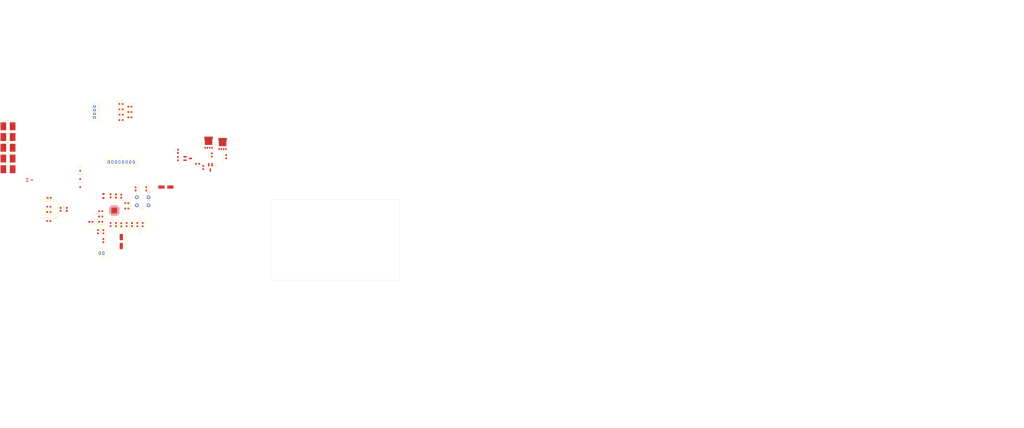
<source format=kicad_pcb>
(kicad_pcb (version 20241229) (generator "pcbnew") (generator_version "9.0")
  (layers (0 "F.Cu" signal) (2 "B.Cu" signal) (13 "F.Paste" user) (15 "B.Paste" user) (5 "F.SilkS" user "F.Silkscreen") (7 "B.SilkS" user "B.Silkscreen") (1 "F.Mask" user) (3 "B.Mask" user) (25 "Edge.Cuts" user))
  (net 0 "")
  (net 1 "-BATT")
  (net 2 "/VB")
  (net 3 "Net-(U1-VCP)")
  (net 4 "Net-(U1-VCP1M)")
  (net 5 "Net-(U1-VCP1P)")
  (net 6 "Net-(U1-VCP2P)")
  (net 7 "Net-(U1-VCP2M)")
  (net 8 "/NTC")
  (net 9 "/ISENSEM")
  (net 10 "/ISENSEP")
  (net 11 "/C3")
  (net 12 "/C4")
  (net 13 "/C5")
  (net 14 "/NSHIP")
  (net 15 "/VREG")
  (net 16 "/WAKEUP")
  (net 17 "+BATT")
  (net 18 "+PACK")
  (net 19 "-PACK")
  (net 20 "/GPIO3")
  (net 21 "Net-(Q3-G)")
  (net 22 "Net-(Q1-G)")
  (net 23 "/CHG")
  (net 24 "Net-(Q4-C)")
  (net 25 "Net-(Q4-B)")
  (net 26 "/FS")
  (net 27 "/DCHG")
  (net 28 "/FAULTN_SAFE")
  (net 29 "/FAULTN")
  (net 30 "Net-(U1-FUSE)")
  (net 31 "Net-(R_NSHIP1-Pad2)")
  (net 32 "/RDY")
  (net 33 "/SCL")
  (net 34 "/SDA")
  (net 35 "/OD")
  (net 36 "Net-(C_RDY1-Pad1)")
  (net 37 "Net-(J1-Pin_1)")
  (net 38 "Net-(J1-Pin_4)")
  (net 39 "Net-(J1-Pin_2)")
  (net 40 "Net-(J1-Pin_3)")
  (net 41 "Net-(J3-Pin_2)")
  (net 42 "Net-(D1A-K)")
  (footprint "Resistor_SMD:R_0603_1608Metric_Pad0.98x0.95mm_HandSolder" (layer "F.Cu") (at 91.5 96.5 180)
    (property "Reference" "R_SCL_UP1" (at 0 -1.43 0) (layer "F.SilkS"))
    (property "Value" "4.7k")
    (pad "1" smd roundrect (at -0.9125 0 180) (size 0.975 0.95) (layers "F.Cu" "F.Mask" "F.Paste") (net 33 "/SCL"))
    (pad "2" smd roundrect (at 0.9125 0 180) (size 0.975 0.95) (layers "F.Cu" "F.Mask" "F.Paste") (net 15 "/VREG"))
  )
  (footprint "Resistor_SMD:R_2816_7142Metric_Pad3.20x4.45mm_HandSolder" (layer "F.Cu") (at 39.6 67.01)
    (property "Reference" "R_SHUNT4" (at 0 -3.18 0) (layer "F.SilkS"))
    (property "Value" "10m")
    (pad "1" smd roundrect (at -2.6 0) (size 3.2 4.45) (layers "F.Cu" "F.Mask" "F.Paste") (roundrect_rratio 0.078125) (net 1 "-BATT"))
    (pad "2" smd roundrect (at 2.6 0) (size 3.2 4.45) (layers "F.Cu" "F.Mask" "F.Paste") (roundrect_rratio 0.078125) (net 19 "-PACK"))
  )
  (footprint "Resistor_SMD:R_2816_7142Metric_Pad3.20x4.45mm_HandSolder" (layer "F.Cu") (at 39.6 73.02)
    (property "Reference" "R_SHUNT5" (at 0 -3.18 0) (layer "F.SilkS"))
    (property "Value" "10m")
    (pad "1" smd roundrect (at -2.6 0) (size 3.2 4.45) (layers "F.Cu" "F.Mask" "F.Paste") (roundrect_rratio 0.078125) (net 1 "-BATT"))
    (pad "2" smd roundrect (at 2.6 0) (size 3.2 4.45) (layers "F.Cu" "F.Mask" "F.Paste") (roundrect_rratio 0.078125) (net 19 "-PACK"))
  )
  (footprint "Capacitor_SMD:C_0603_1608Metric_Pad1.08x0.95mm_HandSolder" (layer "F.Cu") (at 97 87.8625 90)
    (property "Reference" "C_B1" (at 0 -1.43 90) (layer "F.SilkS"))
    (property "Value" "10u")
    (pad "1" smd roundrect (at -0.8625 0 90) (size 1.075 0.95) (layers "F.Cu" "F.Mask" "F.Paste") (net 2 "/VB"))
    (pad "2" smd roundrect (at 0.8625 0 90) (size 1.075 0.95) (layers "F.Cu" "F.Mask" "F.Paste") (net 1 "-BATT"))
  )
  (footprint "Inductor_SMD:L_0805_2012Metric_Pad1.05x1.20mm_HandSolder" (layer "F.Cu") (at 93 88 90)
    (property "Reference" "L_B1" (at 0 -1.55 90) (layer "F.SilkS"))
    (property "Value" "1u")
    (pad "1" smd roundrect (at -1.15 0 90) (size 1.05 1.2) (layers "F.Cu" "F.Mask" "F.Paste") (roundrect_rratio 0.238095) (net 42 "Net-(D1A-K)"))
    (pad "2" smd roundrect (at 1.15 0 90) (size 1.05 1.2) (layers "F.Cu" "F.Mask" "F.Paste") (roundrect_rratio 0.238095) (net 2 "/VB"))
  )
  (footprint "Fiducial:Fiducial_1mm_Mask3mm" (layer "F.Cu") (at 80 73.9)
    (property "Reference" "FID1" (at 0 -2.45 0) (layer "F.SilkS"))
    (property "Value" "Fiducial")
    (pad "" smd circle (at 0 0) (size 1 1) (layers "F.Cu" "F.Mask") (clearance 1.1))
  )
  (footprint "Resistor_SMD:R_0603_1608Metric_Pad0.98x0.95mm_HandSolder" (layer "F.Cu") (at 62.5 97 180)
    (property "Reference" "R_ISENSE1" (at 0 -1.43 0) (layer "F.SilkS"))
    (property "Value" "22")
    (pad "1" smd roundrect (at -0.9125 0 180) (size 0.975 0.95) (layers "F.Cu" "F.Mask" "F.Paste") (net 9 "/ISENSEM"))
    (pad "2" smd roundrect (at 0.9125 0 180) (size 0.975 0.95) (layers "F.Cu" "F.Mask" "F.Paste") (net 1 "-BATT"))
  )
  (footprint "Resistor_SMD:R_0603_1608Metric_Pad0.98x0.95mm_HandSolder" (layer "F.Cu") (at 102.8625 45.5)
    (property "Reference" "R_LPF1" (at 0 -1.43 0) (layer "F.SilkS"))
    (property "Value" "39")
    (pad "1" smd roundrect (at -0.9125 0) (size 0.975 0.95) (layers "F.Cu" "F.Mask" "F.Paste") (net 38 "Net-(J1-Pin_4)"))
    (pad "2" smd roundrect (at 0.9125 0) (size 0.975 0.95) (layers "F.Cu" "F.Mask" "F.Paste") (net 1 "-BATT"))
  )
  (footprint "Connector_JST:JST_PH_B4B-PH-K_1x04_P2.00mm_Vertical" (layer "F.Cu") (at 88 44 90)
    (property "Reference" "J1" (at 3 -2.9 90) (layer "F.SilkS"))
    (property "Value" "~")
    (pad "1" thru_hole roundrect (at 0 0 90) (size 1.2 1.75) (drill 0.75) (layers "*.Cu" "*.Mask") (roundrect_rratio 0.208333) (net 37 "Net-(J1-Pin_1)"))
    (pad "2" thru_hole oval (at 2 0 90) (size 1.2 1.75) (drill 0.75) (layers "*.Cu" "*.Mask") (net 39 "Net-(J1-Pin_2)"))
    (pad "3" thru_hole oval (at 4 0 90) (size 1.2 1.75) (drill 0.75) (layers "*.Cu" "*.Mask") (net 40 "Net-(J1-Pin_3)"))
    (pad "4" thru_hole oval (at 6 0 90) (size 1.2 1.75) (drill 0.75) (layers "*.Cu" "*.Mask") (net 38 "Net-(J1-Pin_4)"))
  )
  (footprint "Capacitor_SMD:C_0603_1608Metric_Pad1.08x0.95mm_HandSolder" (layer "F.Cu") (at 62.6375 89 180)
    (property "Reference" "C_ISENSE_CM2" (at 0 -1.43 0) (layer "F.SilkS"))
    (property "Value" "4.7u")
    (pad "1" smd roundrect (at -0.8625 0 180) (size 1.075 0.95) (layers "F.Cu" "F.Mask" "F.Paste") (net 10 "/ISENSEP"))
    (pad "2" smd roundrect (at 0.8625 0 180) (size 1.075 0.95) (layers "F.Cu" "F.Mask" "F.Paste") (net 1 "-BATT"))
  )
  (footprint "Resistor_SMD:R_0603_1608Metric_Pad0.98x0.95mm_HandSolder" (layer "F.Cu") (at 106 104 90)
    (property "Reference" "R_WAKEUP1" (at 0 1.5 90) (layer "F.SilkS"))
    (property "Value" "1k")
    (pad "1" smd roundrect (at -0.9125 0 90) (size 0.975 0.95) (layers "F.Cu" "F.Mask" "F.Paste") (net 14 "/NSHIP"))
    (pad "2" smd roundrect (at 0.9125 0 90) (size 0.975 0.95) (layers "F.Cu" "F.Mask" "F.Paste") (net 16 "/WAKEUP"))
  )
  (footprint "Resistor_SMD:R_2816_7142Metric_Pad3.20x4.45mm_HandSolder" (layer "F.Cu") (at 39.6 61)
    (property "Reference" "R_SHUNT3" (at 0 -3.18 0) (layer "F.SilkS"))
    (property "Value" "10m")
    (pad "1" smd roundrect (at -2.6 0) (size 3.2 4.45) (layers "F.Cu" "F.Mask" "F.Paste") (roundrect_rratio 0.078125) (net 1 "-BATT"))
    (pad "2" smd roundrect (at 2.6 0) (size 3.2 4.45) (layers "F.Cu" "F.Mask" "F.Paste") (roundrect_rratio 0.078125) (net 19 "-PACK"))
  )
  (footprint "Package_TO_SOT_SMD:SOT-23_Handsoldering" (layer "F.Cu") (at 140.2 67)
    (property "Reference" "Q4" (at 0 -2.75 0) (layer "F.SilkS"))
    (property "Value" "MMBT3904")
    (pad "1" smd roundrect (at -1.5 -0.95) (size 1.9 0.8) (layers "F.Cu" "F.Mask" "F.Paste") (net 25 "Net-(Q4-B)"))
    (pad "2" smd roundrect (at -1.5 0.95) (size 1.9 0.8) (layers "F.Cu" "F.Mask" "F.Paste") (net 1 "-BATT"))
    (pad "3" smd roundrect (at 1.5 0) (size 1.9 0.8) (layers "F.Cu" "F.Mask" "F.Paste") (net 24 "Net-(Q4-C)"))
  )
  (footprint "Resistor_SMD:R_0603_1608Metric_Pad0.98x0.95mm_HandSolder" (layer "F.Cu") (at 90 108 -90)
    (property "Reference" "R_PU1" (at 0 -1.43 90) (layer "F.SilkS"))
    (property "Value" "33k")
    (pad "1" smd roundrect (at -0.9125 0 270) (size 0.975 0.95) (layers "F.Cu" "F.Mask" "F.Paste") (net 15 "/VREG"))
    (pad "2" smd roundrect (at 0.9125 0 270) (size 0.975 0.95) (layers "F.Cu" "F.Mask" "F.Paste") (net 41 "Net-(J3-Pin_2)"))
  )
  (footprint "Diode_SMD:D_SMA_Handsoldering" (layer "F.Cu") (at 128 83)
    (property "Reference" "D2" (at 0 -2.5 0) (layer "F.SilkS"))
    (property "Value" "SS54")
    (pad "1" smd roundrect (at -2.5 0) (size 3.5 1.8) (layers "F.Cu" "F.Mask" "F.Paste") (roundrect_rratio 0.1388888889) (net 18 "+PACK"))
    (pad "2" smd roundrect (at 2.5 0) (size 3.5 1.8) (layers "F.Cu" "F.Mask" "F.Paste") (roundrect_rratio 0.1388888889) (net 19 "-PACK"))
  )
  (footprint "Resistor_SMD:R_0603_1608Metric_Pad0.98x0.95mm_HandSolder" (layer "F.Cu") (at 134.7 63 90)
    (property "Reference" "R4" (at 0 -1.43 90) (layer "F.SilkS"))
    (property "Value" "10k")
    (pad "1" smd roundrect (at -0.9125 0 90) (size 0.975 0.95) (layers "F.Cu" "F.Mask" "F.Paste") (net 25 "Net-(Q4-B)"))
    (pad "2" smd roundrect (at 0.9125 0 90) (size 0.975 0.95) (layers "F.Cu" "F.Mask" "F.Paste") (net 26 "/FS"))
  )
  (footprint "Capacitor_SMD:C_0603_1608Metric_Pad1.08x0.95mm_HandSolder" (layer "F.Cu") (at 107.8625 41)
    (property "Reference" "C_LPF2" (at 0 -1.43 0) (layer "F.SilkS"))
    (property "Value" "470n")
    (pad "1" smd roundrect (at -0.8625 0) (size 1.075 0.95) (layers "F.Cu" "F.Mask" "F.Paste") (net 12 "/C4"))
    (pad "2" smd roundrect (at 0.8625 0) (size 1.075 0.95) (layers "F.Cu" "F.Mask" "F.Paste") (net 11 "/C3"))
  )
  (footprint "Resistor_SMD:R_0603_1608Metric_Pad0.98x0.95mm_HandSolder" (layer "F.Cu") (at 102.8625 39.5)
    (property "Reference" "R_LPF3" (at 0 -1.43 0) (layer "F.SilkS"))
    (property "Value" "39")
    (pad "1" smd roundrect (at -0.9125 0) (size 0.975 0.95) (layers "F.Cu" "F.Mask" "F.Paste") (net 39 "Net-(J1-Pin_2)"))
    (pad "2" smd roundrect (at 0.9125 0) (size 0.975 0.95) (layers "F.Cu" "F.Mask" "F.Paste") (net 12 "/C4"))
  )
  (footprint "Resistor_SMD:R_0603_1608Metric_Pad0.98x0.95mm_HandSolder" (layer "F.Cu") (at 91.5 99.5 180)
    (property "Reference" "R_SDA_UP1" (at 0 -1.43 0) (layer "F.SilkS"))
    (property "Value" "4.7k")
    (pad "1" smd roundrect (at -0.9125 0 180) (size 0.975 0.95) (layers "F.Cu" "F.Mask" "F.Paste") (net 34 "/SDA"))
    (pad "2" smd roundrect (at 0.9125 0 180) (size 0.975 0.95) (layers "F.Cu" "F.Mask" "F.Paste") (net 15 "/VREG"))
  )
  (footprint "Resistor_SMD:R_0603_1608Metric_Pad0.98x0.95mm_HandSolder" (layer "F.Cu") (at 161.7 66 90)
    (property "Reference" "R_DCHG1" (at 0 -1.43 90) (layer "F.SilkS"))
    (property "Value" "2M")
    (pad "1" smd roundrect (at -0.9125 0 90) (size 0.975 0.95) (layers "F.Cu" "F.Mask" "F.Paste") (net 18 "+PACK"))
    (pad "2" smd roundrect (at 0.9125 0 90) (size 0.975 0.95) (layers "F.Cu" "F.Mask" "F.Paste") (net 27 "/DCHG"))
  )
  (footprint "Resistor_SMD:R_0603_1608Metric_Pad0.98x0.95mm_HandSolder" (layer "F.Cu") (at 102.8625 36.5)
    (property "Reference" "R_LPF4" (at 0 -1.43 0) (layer "F.SilkS"))
    (property "Value" "39")
    (pad "1" smd roundrect (at -0.9125 0) (size 0.975 0.95) (layers "F.Cu" "F.Mask" "F.Paste") (net 37 "Net-(J1-Pin_1)"))
    (pad "2" smd roundrect (at 0.9125 0) (size 0.975 0.95) (layers "F.Cu" "F.Mask" "F.Paste") (net 13 "/C5"))
  )
  (footprint "Capacitor_SMD:C_0603_1608Metric_Pad1.08x0.95mm_HandSolder" (layer "F.Cu") (at 111 84 -90)
    (property "Reference" "C_VREG1" (at 0 -1.43 90) (layer "F.SilkS"))
    (property "Value" "4.7u")
    (pad "1" smd roundrect (at -0.8625 0 270) (size 1.075 0.95) (layers "F.Cu" "F.Mask" "F.Paste") (net 15 "/VREG"))
    (pad "2" smd roundrect (at 0.8625 0 270) (size 1.075 0.95) (layers "F.Cu" "F.Mask" "F.Paste") (net 1 "-BATT"))
  )
  (footprint "Package_DFN_QFN:UFQFPN-32-1EP_5x5mm_P0.5mm_EP3.5x3.5mm" (layer "F.Cu") (at 99.125 96.125)
    (property "Reference" "U1" (at 0 -3.83 0) (layer "F.SilkS"))
    (property "Value" "L9961")
    (pad "1" smd roundrect (at -2.4375 -1.75) (size 0.875 0.25) (layers "F.Cu" "F.Mask" "F.Paste") (net 1 "-BATT"))
    (pad "2" smd roundrect (at -2.4375 -1.25) (size 0.875 0.25) (layers "F.Cu" "F.Mask" "F.Paste") (net 10 "/ISENSEP"))
    (pad "3" smd roundrect (at -2.4375 -0.75) (size 0.875 0.25) (layers "F.Cu" "F.Mask" "F.Paste") (net 9 "/ISENSEM"))
    (pad "4" smd roundrect (at -2.4375 -0.25) (size 0.875 0.25) (layers "F.Cu" "F.Mask" "F.Paste") (net 1 "-BATT"))
    (pad "5" smd roundrect (at -2.4375 0.25) (size 0.875 0.25) (layers "F.Cu" "F.Mask" "F.Paste") (net 33 "/SCL"))
    (pad "6" smd roundrect (at -2.4375 0.75) (size 0.875 0.25) (layers "F.Cu" "F.Mask" "F.Paste") (net 34 "/SDA"))
    (pad "7" smd roundrect (at -2.4375 1.25) (size 0.875 0.25) (layers "F.Cu" "F.Mask" "F.Paste") (net 32 "/RDY"))
    (pad "8" smd roundrect (at -2.4375 1.75) (size 0.875 0.25) (layers "F.Cu" "F.Mask" "F.Paste") (net 15 "/VREG"))
    (pad "9" smd roundrect (at -1.75 2.4375) (size 0.25 0.875) (layers "F.Cu" "F.Mask" "F.Paste") (net 8 "/NTC"))
    (pad "10" smd roundrect (at -1.25 2.4375) (size 0.25 0.875) (layers "F.Cu" "F.Mask" "F.Paste") (net 35 "/OD"))
    (pad "11" smd roundrect (at -0.75 2.4375) (size 0.25 0.875) (layers "F.Cu" "F.Mask" "F.Paste") (net 28 "/FAULTN_SAFE"))
    (pad "12" smd roundrect (at -0.25 2.4375) (size 0.25 0.875) (layers "F.Cu" "F.Mask" "F.Paste") (net 29 "/FAULTN"))
    (pad "13" smd roundrect (at 0.25 2.4375) (size 0.25 0.875) (layers "F.Cu" "F.Mask" "F.Paste") (net 1 "-BATT"))
    (pad "14" smd roundrect (at 0.75 2.4375) (size 0.25 0.875) (layers "F.Cu" "F.Mask" "F.Paste") (net 16 "/WAKEUP"))
    (pad "15" smd roundrect (at 1.25 2.4375) (size 0.25 0.875) (layers "F.Cu" "F.Mask" "F.Paste") (net 14 "/NSHIP"))
    (pad "16" smd roundrect (at 1.75 2.4375) (size 0.25 0.875) (layers "F.Cu" "F.Mask" "F.Paste") (net 30 "Net-(U1-FUSE)"))
    (pad "17" smd roundrect (at 2.4375 1.75) (size 0.875 0.25) (layers "F.Cu" "F.Mask" "F.Paste") (net 27 "/DCHG"))
    (pad "18" smd roundrect (at 2.4375 1.25) (size 0.875 0.25) (layers "F.Cu" "F.Mask" "F.Paste") (net 18 "+PACK"))
    (pad "19" smd roundrect (at 2.4375 0.75) (size 0.875 0.25) (layers "F.Cu" "F.Mask" "F.Paste") (net 17 "+BATT"))
    (pad "20" smd roundrect (at 2.4375 0.25) (size 0.875 0.25) (layers "F.Cu" "F.Mask" "F.Paste") (net 23 "/CHG"))
    (pad "21" smd roundrect (at 2.4375 -0.25) (size 0.875 0.25) (layers "F.Cu" "F.Mask" "F.Paste") (net 4 "Net-(U1-VCP1M)"))
    (pad "22" smd roundrect (at 2.4375 -0.75) (size 0.875 0.25) (layers "F.Cu" "F.Mask" "F.Paste") (net 5 "Net-(U1-VCP1P)"))
    (pad "23" smd roundrect (at 2.4375 -1.25) (size 0.875 0.25) (layers "F.Cu" "F.Mask" "F.Paste") (net 7 "Net-(U1-VCP2M)"))
    (pad "24" smd roundrect (at 2.4375 -1.75) (size 0.875 0.25) (layers "F.Cu" "F.Mask" "F.Paste") (net 6 "Net-(U1-VCP2P)"))
    (pad "25" smd roundrect (at 1.75 -2.4375) (size 0.25 0.875) (layers "F.Cu" "F.Mask" "F.Paste") (net 3 "Net-(U1-VCP)"))
    (pad "26" smd roundrect (at 1.25 -2.4375) (size 0.25 0.875) (layers "F.Cu" "F.Mask" "F.Paste") (net 2 "/VB"))
    (pad "27" smd roundrect (at 0.75 -2.4375) (size 0.25 0.875) (layers "F.Cu" "F.Mask" "F.Paste") (net 1 "-BATT"))
    (pad "28" smd roundrect (at 0.25 -2.4375) (size 0.25 0.875) (layers "F.Cu" "F.Mask" "F.Paste") (net 13 "/C5"))
    (pad "29" smd roundrect (at -0.25 -2.4375) (size 0.25 0.875) (layers "F.Cu" "F.Mask" "F.Paste") (net 12 "/C4"))
    (pad "30" smd roundrect (at -0.75 -2.4375) (size 0.25 0.875) (layers "F.Cu" "F.Mask" "F.Paste") (net 11 "/C3"))
    (pad "31" smd roundrect (at -1.25 -2.4375) (size 0.25 0.875) (layers "F.Cu" "F.Mask" "F.Paste") (net 1 "-BATT"))
    (pad "32" smd roundrect (at -1.75 -2.4375) (size 0.25 0.875) (layers "F.Cu" "F.Mask" "F.Paste") (net 1 "-BATT"))
    (pad "33" smd rect (at 0 0) (size 3.5 3.5) (property pad_prop_heatsink) (layers "F.Cu" "F.Mask"))
  )
  (footprint "Capacitor_SMD:C_0603_1608Metric_Pad1.08x0.95mm_HandSolder" (layer "F.Cu") (at 69 95.5 90)
    (property "Reference" "C_ISENSE_2" (at 0 -1.43 90) (layer "F.SilkS"))
    (property "Value" "22n")
    (pad "1" smd roundrect (at -0.8625 0 90) (size 1.075 0.95) (layers "F.Cu" "F.Mask" "F.Paste") (net 9 "/ISENSEM"))
    (pad "2" smd roundrect (at 0.8625 0 90) (size 1.075 0.95) (layers "F.Cu" "F.Mask" "F.Paste") (net 10 "/ISENSEP"))
  )
  (footprint "Resistor_SMD:R_0603_1608Metric_Pad0.98x0.95mm_HandSolder" (layer "F.Cu") (at 91.5 102.5)
    (property "Reference" "R_RDY1" (at 0 1.5 0) (layer "F.SilkS"))
    (property "Value" "100")
    (pad "1" smd roundrect (at -0.9125 0) (size 0.975 0.95) (layers "F.Cu" "F.Mask" "F.Paste") (net 36 "Net-(C_RDY1-Pad1)"))
    (pad "2" smd roundrect (at 0.9125 0) (size 0.975 0.95) (layers "F.Cu" "F.Mask" "F.Paste") (net 32 "/RDY"))
  )
  (footprint "Resistor_SMD:R_0603_1608Metric_Pad0.98x0.95mm_HandSolder" (layer "F.Cu") (at 115 104 -90)
    (property "Reference" "R_FUSE1" (at 0 -1.43 90) (layer "F.SilkS"))
    (property "Value" "10k")
    (pad "1" smd roundrect (at -0.9125 0 270) (size 0.975 0.95) (layers "F.Cu" "F.Mask" "F.Paste") (net 30 "Net-(U1-FUSE)"))
    (pad "2" smd roundrect (at 0.9125 0 270) (size 0.975 0.95) (layers "F.Cu" "F.Mask" "F.Paste") (net 1 "-BATT"))
  )
  (footprint "Capacitor_SMD:C_0603_1608Metric_Pad1.08x0.95mm_HandSolder" (layer "F.Cu") (at 93 113 -90)
    (property "Reference" "C_FILL1" (at 0 -1.43 90) (layer "F.SilkS"))
    (property "Value" "10n")
    (pad "1" smd roundrect (at -0.8625 0 270) (size 1.075 0.95) (layers "F.Cu" "F.Mask" "F.Paste") (net 8 "/NTC"))
    (pad "2" smd roundrect (at 0.8625 0 270) (size 1.075 0.95) (layers "F.Cu" "F.Mask" "F.Paste") (net 1 "-BATT"))
  )
  (footprint "Resistor_SMD:R_0603_1608Metric_Pad0.98x0.95mm_HandSolder" (layer "F.Cu") (at 117 84 -90)
    (property "Reference" "R_NSHIP1" (at 0 -1.43 90) (layer "F.SilkS"))
    (property "Value" "10k")
    (pad "1" smd roundrect (at -0.9125 0 270) (size 0.975 0.95) (layers "F.Cu" "F.Mask" "F.Paste") (net 2 "/VB"))
    (pad "2" smd roundrect (at 0.9125 0 270) (size 0.975 0.95) (layers "F.Cu" "F.Mask" "F.Paste") (net 31 "Net-(R_NSHIP1-Pad2)"))
  )
  (footprint "Resistor_SMD:R_0603_1608Metric_Pad0.98x0.95mm_HandSolder" (layer "F.Cu") (at 93 108 -90)
    (property "Reference" "R_FIL1" (at 0 -1.43 90) (layer "F.SilkS"))
    (property "Value" "10k")
    (pad "1" smd roundrect (at -0.9125 0 270) (size 0.975 0.95) (layers "F.Cu" "F.Mask" "F.Paste") (net 8 "/NTC"))
    (pad "2" smd roundrect (at 0.9125 0 270) (size 0.975 0.95) (layers "F.Cu" "F.Mask" "F.Paste") (net 41 "Net-(J3-Pin_2)"))
  )
  (footprint "bettery:WMB014N06LG4-PDFN5060-8L" (layer "F.Cu") (at 151.85 58.3 90)
    (property "Reference" "Q1" (at 0 -3.5 90) (layer "F.SilkS"))
    (property "Value" "WMB014N06LG4")
    (pad "1" smd roundrect (at -2.725 -1.905 180) (size 0.7 1.15) (layers "F.Cu" "F.Mask" "F.Paste") (net 17 "+BATT"))
    (pad "1" smd roundrect (at -2.725 -0.635 180) (size 0.7 1.15) (layers "F.Cu" "F.Mask" "F.Paste") (net 17 "+BATT"))
    (pad "1" smd roundrect (at -2.725 0.635 180) (size 0.7 1.15) (layers "F.Cu" "F.Mask" "F.Paste") (net 17 "+BATT"))
    (pad "2" smd roundrect (at -2.725 1.905 180) (size 0.7 1.15) (layers "F.Cu" "F.Mask" "F.Paste") (net 22 "Net-(Q1-G)"))
    (pad "3" smd custom (at 0 0 180) (size 4 2) (layers "F.Cu" "F.Mask") (net 2 "/VB") (options (clearance outline) (anchor rect)) (primitives (gr_poly (pts (xy -2.35 3.5) (xy 2.35 3.5) (xy 2.35 2) (xy 2.1 2) (xy 2.1 -1.1) (xy -2.1 -1.1) (xy -2.1 2) (xy -2.35 2)) (width 0) (fill yes))))
  )
  (footprint "Resistor_SMD:R_0603_1608Metric_Pad0.98x0.95mm_HandSolder" (layer "F.Cu") (at 100 104 -90)
    (property "Reference" "R_FLT_UP1" (at 0 -1.43 90) (layer "F.SilkS"))
    (property "Value" "4.7k")
    (pad "1" smd roundrect (at -0.9125 0 270) (size 0.975 0.95) (layers "F.Cu" "F.Mask" "F.Paste") (net 29 "/FAULTN"))
    (pad "2" smd roundrect (at 0.9125 0 270) (size 0.975 0.95) (layers "F.Cu" "F.Mask" "F.Paste") (net 15 "/VREG"))
  )
  (footprint "Capacitor_SMD:C_0603_1608Metric_Pad1.08x0.95mm_HandSolder" (layer "F.Cu") (at 103 104.1375 -90)
    (property "Reference" "C_WAKEUP1" (at 0 -1.43 90) (layer "F.SilkS"))
    (property "Value" "100n")
    (pad "1" smd roundrect (at -0.8625 0 270) (size 1.075 0.95) (layers "F.Cu" "F.Mask" "F.Paste") (net 16 "/WAKEUP"))
    (pad "2" smd roundrect (at 0.8625 0 270) (size 1.075 0.95) (layers "F.Cu" "F.Mask" "F.Paste") (net 1 "-BATT"))
  )
  (footprint "Capacitor_SMD:C_0603_1608Metric_Pad1.08x0.95mm_HandSolder" (layer "F.Cu") (at 106.1375 92)
    (property "Reference" "C_CP_2" (at 0 -1.43 0) (layer "F.SilkS"))
    (property "Value" "6.8n")
    (pad "1" smd roundrect (at -0.8625 0) (size 1.075 0.95) (layers "F.Cu" "F.Mask" "F.Paste") (net 6 "Net-(U1-VCP2P)"))
    (pad "2" smd roundrect (at 0.8625 0) (size 1.075 0.95) (layers "F.Cu" "F.Mask" "F.Paste") (net 7 "Net-(U1-VCP2M)"))
  )
  (footprint "Capacitor_SMD:C_0603_1608Metric_Pad1.08x0.95mm_HandSolder" (layer "F.Cu") (at 103 88.1375 90)
    (property "Reference" "C_CP1" (at 0 -1.43 90) (layer "F.SilkS"))
    (property "Value" "68n")
    (pad "1" smd roundrect (at -0.8625 0 90) (size 1.075 0.95) (layers "F.Cu" "F.Mask" "F.Paste") (net 3 "Net-(U1-VCP)"))
    (pad "2" smd roundrect (at 0.8625 0 90) (size 1.075 0.95) (layers "F.Cu" "F.Mask" "F.Paste") (net 2 "/VB"))
  )
  (footprint "Capacitor_SMD:C_0603_1608Metric_Pad1.08x0.95mm_HandSolder" (layer "F.Cu") (at 72.5 95.5 90)
    (property "Reference" "C_ISENSE_1" (at 0 -1.43 90) (layer "F.SilkS"))
    (property "Value" "4.7u")
    (pad "1" smd roundrect (at -0.8625 0 90) (size 1.075 0.95) (layers "F.Cu" "F.Mask" "F.Paste") (net 9 "/ISENSEM"))
    (pad "2" smd roundrect (at 0.8625 0 90) (size 1.075 0.95) (layers "F.Cu" "F.Mask" "F.Paste") (net 10 "/ISENSEP"))
  )
  (footprint "Package_TO_SOT_SMD:SOT-23_Handsoldering" (layer "F.Cu") (at 152.85 72 -90)
    (property "Reference" "Q3" (at -1 -2.6 90) (layer "F.SilkS"))
    (property "Value" "SL2319A")
    (pad "1" smd roundrect (at -1.5 -0.95 270) (size 1.9 0.8) (layers "F.Cu" "F.Mask" "F.Paste") (net 22 "Net-(Q1-G)"))
    (pad "2" smd roundrect (at -1.5 0.95 270) (size 1.9 0.8) (layers "F.Cu" "F.Mask" "F.Paste") (net 21 "Net-(Q3-G)"))
    (pad "3" smd roundrect (at 1.5 0 270) (size 1.9 0.8) (layers "F.Cu" "F.Mask" "F.Paste") (net 23 "/CHG"))
  )
  (footprint "Resistor_SMD:R_0603_1608Metric_Pad0.98x0.95mm_HandSolder" (layer "F.Cu") (at 134.7 67.0875 -90)
    (property "Reference" "R3" (at 0 -1.43 90) (layer "F.SilkS"))
    (property "Value" "47k")
    (pad "1" smd roundrect (at -0.9125 0 270) (size 0.975 0.95) (layers "F.Cu" "F.Mask" "F.Paste") (net 25 "Net-(Q4-B)"))
    (pad "2" smd roundrect (at 0.9125 0 270) (size 0.975 0.95) (layers "F.Cu" "F.Mask" "F.Paste") (net 1 "-BATT"))
  )
  (footprint "Resistor_SMD:R_0603_1608Metric_Pad0.98x0.95mm_HandSolder" (layer "F.Cu") (at 102.95 42.5)
    (property "Reference" "R_LPF2" (at 0 -1.43 0) (layer "F.SilkS"))
    (property "Value" "39")
    (pad "1" smd roundrect (at -0.9125 0) (size 0.975 0.95) (layers "F.Cu" "F.Mask" "F.Paste") (net 40 "Net-(J1-Pin_3)"))
    (pad "2" smd roundrect (at 0.9125 0) (size 0.975 0.95) (layers "F.Cu" "F.Mask" "F.Paste") (net 11 "/C3"))
  )
  (footprint "Connector_JST:JST_PH_B2B-PH-K_1x02_P2.00mm_Vertical" (layer "F.Cu") (at 93 120 180)
    (property "Reference" "J3" (at 1 -2.9 0) (layer "F.SilkS"))
    (property "Value" "~")
    (pad "1" thru_hole roundrect (at 0 0 180) (size 1.2 1.75) (drill 0.75) (layers "*.Cu" "*.Mask") (roundrect_rratio 0.208333) (net 35 "/OD"))
    (pad "2" thru_hole oval (at 2 0 180) (size 1.2 1.75) (drill 0.75) (layers "*.Cu" "*.Mask") (net 41 "Net-(J3-Pin_2)"))
  )
  (footprint "Capacitor_SMD:C_0603_1608Metric_Pad1.08x0.95mm_HandSolder" (layer "F.Cu") (at 100 88 90)
    (property "Reference" "C_B2" (at 0 -1.43 90) (layer "F.SilkS"))
    (property "Value" "220n")
    (pad "1" smd roundrect (at -0.8625 0 90) (size 1.075 0.95) (layers "F.Cu" "F.Mask" "F.Paste") (net 2 "/VB"))
    (pad "2" smd roundrect (at 0.8625 0 90) (size 1.075 0.95) (layers "F.Cu" "F.Mask" "F.Paste") (net 1 "-BATT"))
  )
  (footprint "Connector_JST:JST_PH_B8B-PH-K_1x08_P2.00mm_Vertical" (layer "F.Cu") (at 96 69)
    (property "Reference" "J2" (at 7 -2.9 0) (layer "F.SilkS"))
    (property "Value" "~")
    (pad "1" thru_hole roundrect (at 0 0) (size 1.2 1.75) (drill 0.75) (layers "*.Cu" "*.Mask") (roundrect_rratio 0.208333) (net 26 "/FS"))
    (pad "2" thru_hole oval (at 2 0) (size 1.2 1.75) (drill 0.75) (layers "*.Cu" "*.Mask") (net 20 "/GPIO3"))
    (pad "3" thru_hole oval (at 4 0) (size 1.2 1.75) (drill 0.75) (layers "*.Cu" "*.Mask") (net 29 "/FAULTN"))
    (pad "4" thru_hole oval (at 6 0) (size 1.2 1.75) (drill 0.75) (layers "*.Cu" "*.Mask") (net 28 "/FAULTN_SAFE"))
    (pad "5" thru_hole oval (at 8 0) (size 1.2 1.75) (drill 0.75) (layers "*.Cu" "*.Mask") (net 32 "/RDY"))
    (pad "6" thru_hole oval (at 10 0) (size 1.2 1.75) (drill 0.75) (layers "*.Cu" "*.Mask") (net 34 "/SDA"))
    (pad "7" thru_hole oval (at 12 0) (size 1.2 1.75) (drill 0.75) (layers "*.Cu" "*.Mask") (net 33 "/SCL"))
    (pad "8" thru_hole oval (at 14 0) (size 1.2 1.75) (drill 0.75) (layers "*.Cu" "*.Mask") (net 1 "-BATT"))
  )
  (footprint "Resistor_SMD:R_0603_1608Metric_Pad0.98x0.95mm_HandSolder" (layer "F.Cu") (at 97 104 -90)
    (property "Reference" "R_FLTS_UP1" (at 0 -1.43 90) (layer "F.SilkS"))
    (property "Value" "4.7k")
    (pad "1" smd roundrect (at -0.9125 0 270) (size 0.975 0.95) (layers "F.Cu" "F.Mask" "F.Paste") (net 28 "/FAULTN_SAFE"))
    (pad "2" smd roundrect (at 0.9125 0 270) (size 0.975 0.95) (layers "F.Cu" "F.Mask" "F.Paste") (net 15 "/VREG"))
  )
  (footprint "Package_TO_SOT_SMD:SOT-323_SC-70_Handsoldering" (layer "F.Cu") (at 51.67 79)
    (property "Reference" "D1" (at 0 -2.25 0) (layer "F.SilkS"))
    (property "Value" "BAT54SWFILMY")
    (pad "1" smd roundrect (at -1.33 -0.65 270) (size 0.45 1.5) (layers "F.Cu" "F.Mask" "F.Paste") (net 17 "+BATT"))
    (pad "2" smd roundrect (at -1.33 0.65 270) (size 0.45 1.5) (layers "F.Cu" "F.Mask" "F.Paste"))
    (pad "3" smd roundrect (at 1.33 0 270) (size 0.45 1.5) (layers "F.Cu" "F.Mask" "F.Paste") (net 42 "Net-(D1A-K)"))
  )
  (footprint "Fiducial:Fiducial_1mm_Mask3mm" (layer "F.Cu") (at 80 78.45)
    (property "Reference" "FID2" (at 0 -2.45 0) (layer "F.SilkS"))
    (property "Value" "Fiducial")
    (pad "" smd circle (at 0 0) (size 1 1) (layers "F.Cu" "F.Mask") (clearance 1.1))
  )
  (footprint "Button_Switch_THT:SW_PUSH_6mm" (layer "F.Cu") (at 118.25 93.25 180)
    (property "Reference" "SW1" (at 3.25 -2 0) (layer "F.SilkS"))
    (property "Value" "SW_Push")
    (pad "1" thru_hole circle (at 0 0 270) (size 2 2) (drill 1.1) (layers "*.Cu" "*.Mask") (net 14 "/NSHIP"))
    (pad "1" thru_hole circle (at 6.5 0 270) (size 2 2) (drill 1.1) (layers "*.Cu" "*.Mask") (net 14 "/NSHIP"))
    (pad "2" thru_hole circle (at 0 4.5 270) (size 2 2) (drill 1.1) (layers "*.Cu" "*.Mask") (net 31 "Net-(R_NSHIP1-Pad2)"))
    (pad "2" thru_hole circle (at 6.5 4.5 270) (size 2 2) (drill 1.1) (layers "*.Cu" "*.Mask") (net 31 "Net-(R_NSHIP1-Pad2)"))
  )
  (footprint "Resistor_SMD:R_2816_7142Metric_Pad3.20x4.45mm_HandSolder" (layer "F.Cu") (at 39.6 54.99)
    (property "Reference" "R_SHUNT2" (at 0 -3.18 0) (layer "F.SilkS"))
    (property "Value" "10m")
    (pad "1" smd roundrect (at -2.6 0) (size 3.2 4.45) (layers "F.Cu" "F.Mask" "F.Paste") (roundrect_rratio 0.078125) (net 1 "-BATT"))
    (pad "2" smd roundrect (at 2.6 0) (size 3.2 4.45) (layers "F.Cu" "F.Mask" "F.Paste") (roundrect_rratio 0.078125) (net 19 "-PACK"))
  )
  (footprint "Resistor_SMD:R_2816_7142Metric_Pad3.20x4.45mm_HandSolder" (layer "F.Cu") (at 39.6 48.98)
    (property "Reference" "R_SHUNT1" (at 0 -3.18 0) (layer "F.SilkS"))
    (property "Value" "10m")
    (pad "1" smd roundrect (at -2.6 0) (size 3.2 4.45) (layers "F.Cu" "F.Mask" "F.Paste") (roundrect_rratio 0.078125) (net 1 "-BATT"))
    (pad "2" smd roundrect (at 2.6 0) (size 3.2 4.45) (layers "F.Cu" "F.Mask" "F.Paste") (roundrect_rratio 0.078125) (net 19 "-PACK"))
  )
  (footprint "Capacitor_SMD:C_0603_1608Metric_Pad1.08x0.95mm_HandSolder" (layer "F.Cu") (at 107.8625 44)
    (property "Reference" "C_LPF1" (at 0 -1.43 0) (layer "F.SilkS"))
    (property "Value" "470n")
    (pad "1" smd roundrect (at -0.8625 0) (size 1.075 0.95) (layers "F.Cu" "F.Mask" "F.Paste") (net 11 "/C3"))
    (pad "2" smd roundrect (at 0.8625 0) (size 1.075 0.95) (layers "F.Cu" "F.Mask" "F.Paste") (net 1 "-BATT"))
  )
  (footprint "Resistor_SMD:R_0603_1608Metric_Pad0.98x0.95mm_HandSolder" (layer "F.Cu") (at 112 104 90)
    (property "Reference" "R_NSHIP_PD1" (at 0 1.5 90) (layer "F.SilkS"))
    (property "Value" "100k")
    (pad "1" smd roundrect (at -0.9125 0 90) (size 0.975 0.95) (layers "F.Cu" "F.Mask" "F.Paste") (net 1 "-BATT"))
    (pad "2" smd roundrect (at 0.9125 0 90) (size 0.975 0.95) (layers "F.Cu" "F.Mask" "F.Paste") (net 14 "/NSHIP"))
  )
  (footprint "Capacitor_SMD:C_0603_1608Metric_Pad1.08x0.95mm_HandSolder" (layer "F.Cu") (at 106.1375 95)
    (property "Reference" "C_CP_1" (at 0 -1.43 0) (layer "F.SilkS"))
    (property "Value" "6.8n")
    (pad "1" smd roundrect (at -0.8625 0) (size 1.075 0.95) (layers "F.Cu" "F.Mask" "F.Paste") (net 5 "Net-(U1-VCP1P)"))
    (pad "2" smd roundrect (at 0.8625 0) (size 1.075 0.95) (layers "F.Cu" "F.Mask" "F.Paste") (net 4 "Net-(U1-VCP1M)"))
  )
  (footprint "Capacitor_SMD:C_0603_1608Metric_Pad1.08x0.95mm_HandSolder" (layer "F.Cu") (at 107.8625 38)
    (property "Reference" "C_LPF3" (at 0 -1.43 0) (layer "F.SilkS"))
    (property "Value" "470n")
    (pad "1" smd roundrect (at -0.8625 0) (size 1.075 0.95) (layers "F.Cu" "F.Mask" "F.Paste") (net 13 "/C5"))
    (pad "2" smd roundrect (at 0.8625 0) (size 1.075 0.95) (layers "F.Cu" "F.Mask" "F.Paste") (net 12 "/C4"))
  )
  (footprint "Resistor_SMD:R_0603_1608Metric_Pad0.98x0.95mm_HandSolder" (layer "F.Cu") (at 148.85 72.0875 -90)
    (property "Reference" "R2" (at -1 -1.28 90) (layer "F.SilkS"))
    (property "Value" "330k")
    (pad "1" smd roundrect (at -0.9125 0 270) (size 0.975 0.95) (layers "F.Cu" "F.Mask" "F.Paste") (net 21 "Net-(Q3-G)"))
    (pad "2" smd roundrect (at 0.9125 0 270) (size 0.975 0.95) (layers "F.Cu" "F.Mask" "F.Paste") (net 23 "/CHG"))
  )
  (footprint "Capacitor_SMD:C_0603_1608Metric_Pad1.08x0.95mm_HandSolder" (layer "F.Cu") (at 62.5 102)
    (property "Reference" "C_ISENSE_CM1" (at 0 -1.43 0) (layer "F.SilkS"))
    (property "Value" "4.7u")
    (pad "1" smd roundrect (at -0.8625 0) (size 1.075 0.95) (layers "F.Cu" "F.Mask" "F.Paste") (net 1 "-BATT"))
    (pad "2" smd roundrect (at 0.8625 0) (size 1.075 0.95) (layers "F.Cu" "F.Mask" "F.Paste") (net 9 "/ISENSEM"))
  )
  (footprint "Capacitor_SMD:C_0603_1608Metric_Pad1.08x0.95mm_HandSolder" (layer "F.Cu") (at 86 102.5 180)
    (property "Reference" "C_RDY1" (at 0 -1.43 0) (layer "F.SilkS"))
    (property "Value" "100p")
    (pad "1" smd roundrect (at -0.8625 0 180) (size 1.075 0.95) (layers "F.Cu" "F.Mask" "F.Paste") (net 36 "Net-(C_RDY1-Pad1)"))
    (pad "2" smd roundrect (at 0.8625 0 180) (size 1.075 0.95) (layers "F.Cu" "F.Mask" "F.Paste") (net 1 "-BATT"))
  )
  (footprint "Resistor_SMD:R_0603_1608Metric_Pad0.98x0.95mm_HandSolder" (layer "F.Cu") (at 62.5 94 180)
    (property "Reference" "R_ISENSE2" (at 0 -1.43 0) (layer "F.SilkS"))
    (property "Value" "22")
    (pad "1" smd roundrect (at -0.9125 0 180) (size 0.975 0.95) (layers "F.Cu" "F.Mask" "F.Paste") (net 10 "/ISENSEP"))
    (pad "2" smd roundrect (at 0.9125 0 180) (size 0.975 0.95) (layers "F.Cu" "F.Mask" "F.Paste") (net 19 "-PACK"))
  )
  (footprint "Resistor_SMD:R_0603_1608Metric_Pad0.98x0.95mm_HandSolder" (layer "F.Cu") (at 145.7 70 180)
    (property "Reference" "R1" (at 0 -1.43 0) (layer "F.SilkS"))
    (property "Value" "1M")
    (pad "1" smd roundrect (at -0.9125 0 180) (size 0.975 0.95) (layers "F.Cu" "F.Mask" "F.Paste") (net 21 "Net-(Q3-G)"))
    (pad "2" smd roundrect (at 0.9125 0 180) (size 0.975 0.95) (layers "F.Cu" "F.Mask" "F.Paste") (net 24 "Net-(Q4-C)"))
  )
  (footprint "Diode_SMD:D_SMA_Handsoldering" (layer "F.Cu") (at 103 113.5 -90)
    (property "Reference" "D_WAKEUP1" (at 0 -2.5 90) (layer "F.SilkS"))
    (property "Value" "SS54")
    (pad "1" smd roundrect (at -2.5 0 270) (size 3.5 1.8) (layers "F.Cu" "F.Mask" "F.Paste") (roundrect_rratio 0.1388888889) (net 14 "/NSHIP"))
    (pad "2" smd roundrect (at 2.5 0 270) (size 3.5 1.8) (layers "F.Cu" "F.Mask" "F.Paste") (roundrect_rratio 0.1388888889) (net 20 "/GPIO3"))
  )
  (footprint "Fiducial:Fiducial_1mm_Mask3mm" (layer "F.Cu") (at 80 83)
    (property "Reference" "FID3" (at 0 -2.45 0) (layer "F.SilkS"))
    (property "Value" "Fiducial")
    (pad "" smd circle (at 0 0) (size 1 1) (layers "F.Cu" "F.Mask") (clearance 1.1))
  )
  (footprint "Resistor_SMD:R_0603_1608Metric_Pad0.98x0.95mm_HandSolder" (layer "F.Cu") (at 153.7 65 90)
    (property "Reference" "R_CHG1" (at 0 -1.43 90) (layer "F.SilkS"))
    (property "Value" "2M")
    (pad "1" smd roundrect (at -0.9125 0 90) (size 0.975 0.95) (layers "F.Cu" "F.Mask" "F.Paste") (net 17 "+BATT"))
    (pad "2" smd roundrect (at 0.9125 0 90) (size 0.975 0.95) (layers "F.Cu" "F.Mask" "F.Paste") (net 22 "Net-(Q1-G)"))
  )
  (footprint "bettery:WMB014N06LG4-PDFN5060-8L" (layer "F.Cu") (at 159.7 59 90)
    (property "Reference" "Q2" (at 0 -3.5 90) (layer "F.SilkS"))
    (property "Value" "WMB014N06LG4")
    (pad "1" smd roundrect (at -2.725 -1.905 180) (size 0.7 1.15) (layers "F.Cu" "F.Mask" "F.Paste") (net 18 "+PACK"))
    (pad "1" smd roundrect (at -2.725 -0.635 180) (size 0.7 1.15) (layers "F.Cu" "F.Mask" "F.Paste") (net 18 "+PACK"))
    (pad "1" smd roundrect (at -2.725 0.635 180) (size 0.7 1.15) (layers "F.Cu" "F.Mask" "F.Paste") (net 18 "+PACK"))
    (pad "2" smd roundrect (at -2.725 1.905 180) (size 0.7 1.15) (layers "F.Cu" "F.Mask" "F.Paste") (net 27 "/DCHG"))
    (pad "3" smd custom (at 0 0 180) (size 4 2) (layers "F.Cu" "F.Mask") (net 2 "/VB") (options (clearance outline) (anchor rect)) (primitives (gr_poly (pts (xy -2.35 3.5) (xy 2.35 3.5) (xy 2.35 2) (xy 2.1 2) (xy 2.1 -1.1) (xy -2.1 -1.1) (xy -2.1 2) (xy -2.35 2)) (width 0) (fill yes))))
  )
  (footprint "Capacitor_SMD:C_0603_1608Metric_Pad1.08x0.95mm_HandSolder" (layer "F.Cu") (at 109 104 -90)
    (property "Reference" "C_NSHIP1" (at 0 -1.43 90) (layer "F.SilkS"))
    (property "Value" "100n")
    (pad "1" smd roundrect (at -0.8625 0 270) (size 1.075 0.95) (layers "F.Cu" "F.Mask" "F.Paste") (net 14 "/NSHIP"))
    (pad "2" smd roundrect (at 0.8625 0 270) (size 1.075 0.95) (layers "F.Cu" "F.Mask" "F.Paste") (net 1 "-BATT"))
  )
  (gr_rect (start 186.7 90) (end 258.9 135.2) (stroke (width 0.1)) (fill no) (layer "Edge.Cuts"))
)
</source>
